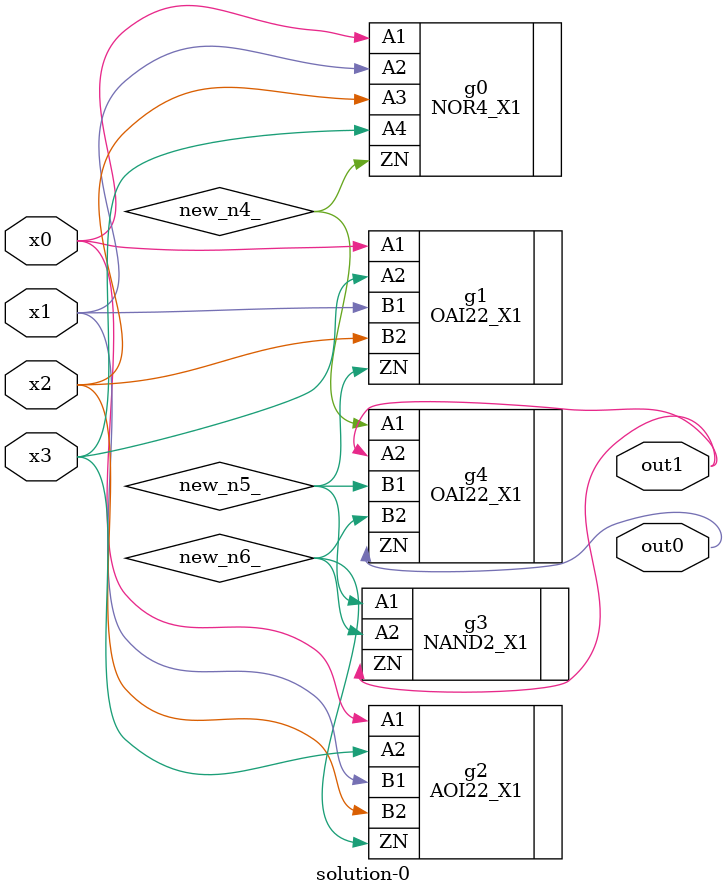
<source format=v>
module \solution-0 (
  x0, x1, x2, x3,
  out0, out1 );
  input x0, x1, x2, x3;
  output out0, out1;
  wire new_n4_, new_n5_, new_n6_;
  NOR4_X1  g0(.A1(x0), .A2(x1), .A3(x2), .A4(x3), .ZN(new_n4_));
  OAI22_X1  g1(.A1(x0), .A2(x3), .B1(x1), .B2(x2), .ZN(new_n5_));
  AOI22_X1  g2(.A1(x0), .A2(x3), .B1(x1), .B2(x2), .ZN(new_n6_));
  NAND2_X1  g3(.A1(new_n5_), .A2(new_n6_), .ZN(out1));  //carry
  OAI22_X1  g4(.A1(new_n4_), .A2(out1), .B1(new_n5_), .B2(new_n6_), .ZN(out0));  //sum
endmodule

</source>
